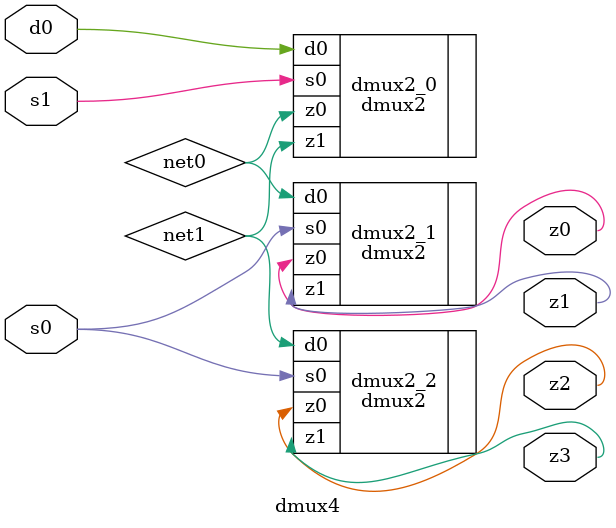
<source format=v>

`include "../../../combinational_logic_design/demultiplexers/dmux2/dmux2.v"

module dmux4(s0, s1, d0, z0, z1, z2, z3);

// define inputs and outputs
input s0, s1, d0;
output z0, z1, z2, z3;

// define internal nets
wire net0, net1;

// instantiate the logic gates
dmux2 dmux2_0 (.s0(s1), .d0(d0), .z0(net0), .z1(net1));
dmux2 dmux2_1 (.s0(s0), .d0(net0), .z0(z0), .z1(z1));
dmux2 dmux2_2 (.s0(s0), .d0(net1), .z0(z2), .z1(z3));

endmodule

</source>
